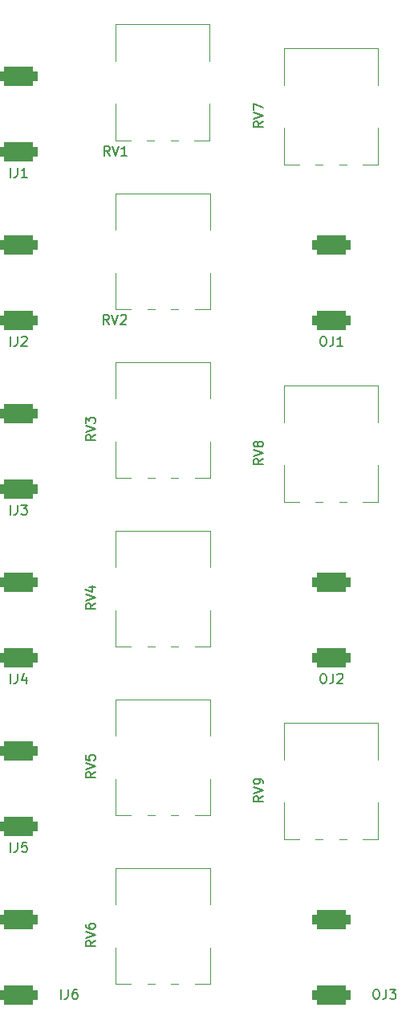
<source format=gto>
G04 #@! TF.GenerationSoftware,KiCad,Pcbnew,(6.0.6)*
G04 #@! TF.CreationDate,2024-09-22T12:15:16+02:00*
G04 #@! TF.ProjectId,VCA_Module,5643415f-4d6f-4647-956c-652e6b696361,rev?*
G04 #@! TF.SameCoordinates,Original*
G04 #@! TF.FileFunction,Legend,Top*
G04 #@! TF.FilePolarity,Positive*
%FSLAX46Y46*%
G04 Gerber Fmt 4.6, Leading zero omitted, Abs format (unit mm)*
G04 Created by KiCad (PCBNEW (6.0.6)) date 2024-09-22 12:15:16*
%MOMM*%
%LPD*%
G01*
G04 APERTURE LIST*
G04 Aperture macros list*
%AMRoundRect*
0 Rectangle with rounded corners*
0 $1 Rounding radius*
0 $2 $3 $4 $5 $6 $7 $8 $9 X,Y pos of 4 corners*
0 Add a 4 corners polygon primitive as box body*
4,1,4,$2,$3,$4,$5,$6,$7,$8,$9,$2,$3,0*
0 Add four circle primitives for the rounded corners*
1,1,$1+$1,$2,$3*
1,1,$1+$1,$4,$5*
1,1,$1+$1,$6,$7*
1,1,$1+$1,$8,$9*
0 Add four rect primitives between the rounded corners*
20,1,$1+$1,$2,$3,$4,$5,0*
20,1,$1+$1,$4,$5,$6,$7,0*
20,1,$1+$1,$6,$7,$8,$9,0*
20,1,$1+$1,$8,$9,$2,$3,0*%
G04 Aperture macros list end*
%ADD10C,0.150000*%
%ADD11C,0.120000*%
%ADD12C,4.000000*%
%ADD13C,1.800000*%
%ADD14C,2.000000*%
%ADD15RoundRect,0.500000X-1.500000X-0.500000X1.500000X-0.500000X1.500000X0.500000X-1.500000X0.500000X0*%
%ADD16C,1.700000*%
G04 APERTURE END LIST*
D10*
X66462380Y-70745238D02*
X65986190Y-71078571D01*
X66462380Y-71316666D02*
X65462380Y-71316666D01*
X65462380Y-70935714D01*
X65510000Y-70840476D01*
X65557619Y-70792857D01*
X65652857Y-70745238D01*
X65795714Y-70745238D01*
X65890952Y-70792857D01*
X65938571Y-70840476D01*
X65986190Y-70935714D01*
X65986190Y-71316666D01*
X65462380Y-70459523D02*
X66462380Y-70126190D01*
X65462380Y-69792857D01*
X65462380Y-69554761D02*
X65462380Y-68888095D01*
X66462380Y-69316666D01*
X66462380Y-106305238D02*
X65986190Y-106638571D01*
X66462380Y-106876666D02*
X65462380Y-106876666D01*
X65462380Y-106495714D01*
X65510000Y-106400476D01*
X65557619Y-106352857D01*
X65652857Y-106305238D01*
X65795714Y-106305238D01*
X65890952Y-106352857D01*
X65938571Y-106400476D01*
X65986190Y-106495714D01*
X65986190Y-106876666D01*
X65462380Y-106019523D02*
X66462380Y-105686190D01*
X65462380Y-105352857D01*
X65890952Y-104876666D02*
X65843333Y-104971904D01*
X65795714Y-105019523D01*
X65700476Y-105067142D01*
X65652857Y-105067142D01*
X65557619Y-105019523D01*
X65510000Y-104971904D01*
X65462380Y-104876666D01*
X65462380Y-104686190D01*
X65510000Y-104590952D01*
X65557619Y-104543333D01*
X65652857Y-104495714D01*
X65700476Y-104495714D01*
X65795714Y-104543333D01*
X65843333Y-104590952D01*
X65890952Y-104686190D01*
X65890952Y-104876666D01*
X65938571Y-104971904D01*
X65986190Y-105019523D01*
X66081428Y-105067142D01*
X66271904Y-105067142D01*
X66367142Y-105019523D01*
X66414761Y-104971904D01*
X66462380Y-104876666D01*
X66462380Y-104686190D01*
X66414761Y-104590952D01*
X66367142Y-104543333D01*
X66271904Y-104495714D01*
X66081428Y-104495714D01*
X65986190Y-104543333D01*
X65938571Y-104590952D01*
X65890952Y-104686190D01*
X66462380Y-141865238D02*
X65986190Y-142198571D01*
X66462380Y-142436666D02*
X65462380Y-142436666D01*
X65462380Y-142055714D01*
X65510000Y-141960476D01*
X65557619Y-141912857D01*
X65652857Y-141865238D01*
X65795714Y-141865238D01*
X65890952Y-141912857D01*
X65938571Y-141960476D01*
X65986190Y-142055714D01*
X65986190Y-142436666D01*
X65462380Y-141579523D02*
X66462380Y-141246190D01*
X65462380Y-140912857D01*
X66462380Y-140531904D02*
X66462380Y-140341428D01*
X66414761Y-140246190D01*
X66367142Y-140198571D01*
X66224285Y-140103333D01*
X66033809Y-140055714D01*
X65652857Y-140055714D01*
X65557619Y-140103333D01*
X65510000Y-140150952D01*
X65462380Y-140246190D01*
X65462380Y-140436666D01*
X65510000Y-140531904D01*
X65557619Y-140579523D01*
X65652857Y-140627142D01*
X65890952Y-140627142D01*
X65986190Y-140579523D01*
X66033809Y-140531904D01*
X66081428Y-140436666D01*
X66081428Y-140246190D01*
X66033809Y-140150952D01*
X65986190Y-140103333D01*
X65890952Y-140055714D01*
X48727380Y-121560238D02*
X48251190Y-121893571D01*
X48727380Y-122131666D02*
X47727380Y-122131666D01*
X47727380Y-121750714D01*
X47775000Y-121655476D01*
X47822619Y-121607857D01*
X47917857Y-121560238D01*
X48060714Y-121560238D01*
X48155952Y-121607857D01*
X48203571Y-121655476D01*
X48251190Y-121750714D01*
X48251190Y-122131666D01*
X47727380Y-121274523D02*
X48727380Y-120941190D01*
X47727380Y-120607857D01*
X48060714Y-119845952D02*
X48727380Y-119845952D01*
X47679761Y-120084047D02*
X48394047Y-120322142D01*
X48394047Y-119703095D01*
X48727380Y-157120238D02*
X48251190Y-157453571D01*
X48727380Y-157691666D02*
X47727380Y-157691666D01*
X47727380Y-157310714D01*
X47775000Y-157215476D01*
X47822619Y-157167857D01*
X47917857Y-157120238D01*
X48060714Y-157120238D01*
X48155952Y-157167857D01*
X48203571Y-157215476D01*
X48251190Y-157310714D01*
X48251190Y-157691666D01*
X47727380Y-156834523D02*
X48727380Y-156501190D01*
X47727380Y-156167857D01*
X47727380Y-155405952D02*
X47727380Y-155596428D01*
X47775000Y-155691666D01*
X47822619Y-155739285D01*
X47965476Y-155834523D01*
X48155952Y-155882142D01*
X48536904Y-155882142D01*
X48632142Y-155834523D01*
X48679761Y-155786904D01*
X48727380Y-155691666D01*
X48727380Y-155501190D01*
X48679761Y-155405952D01*
X48632142Y-155358333D01*
X48536904Y-155310714D01*
X48298809Y-155310714D01*
X48203571Y-155358333D01*
X48155952Y-155405952D01*
X48108333Y-155501190D01*
X48108333Y-155691666D01*
X48155952Y-155786904D01*
X48203571Y-155834523D01*
X48298809Y-155882142D01*
X50269761Y-74366380D02*
X49936428Y-73890190D01*
X49698333Y-74366380D02*
X49698333Y-73366380D01*
X50079285Y-73366380D01*
X50174523Y-73414000D01*
X50222142Y-73461619D01*
X50269761Y-73556857D01*
X50269761Y-73699714D01*
X50222142Y-73794952D01*
X50174523Y-73842571D01*
X50079285Y-73890190D01*
X49698333Y-73890190D01*
X50555476Y-73366380D02*
X50888809Y-74366380D01*
X51222142Y-73366380D01*
X52079285Y-74366380D02*
X51507857Y-74366380D01*
X51793571Y-74366380D02*
X51793571Y-73366380D01*
X51698333Y-73509238D01*
X51603095Y-73604476D01*
X51507857Y-73652095D01*
X50204761Y-92146380D02*
X49871428Y-91670190D01*
X49633333Y-92146380D02*
X49633333Y-91146380D01*
X50014285Y-91146380D01*
X50109523Y-91194000D01*
X50157142Y-91241619D01*
X50204761Y-91336857D01*
X50204761Y-91479714D01*
X50157142Y-91574952D01*
X50109523Y-91622571D01*
X50014285Y-91670190D01*
X49633333Y-91670190D01*
X50490476Y-91146380D02*
X50823809Y-92146380D01*
X51157142Y-91146380D01*
X51442857Y-91241619D02*
X51490476Y-91194000D01*
X51585714Y-91146380D01*
X51823809Y-91146380D01*
X51919047Y-91194000D01*
X51966666Y-91241619D01*
X52014285Y-91336857D01*
X52014285Y-91432095D01*
X51966666Y-91574952D01*
X51395238Y-92146380D01*
X52014285Y-92146380D01*
X48727380Y-139340238D02*
X48251190Y-139673571D01*
X48727380Y-139911666D02*
X47727380Y-139911666D01*
X47727380Y-139530714D01*
X47775000Y-139435476D01*
X47822619Y-139387857D01*
X47917857Y-139340238D01*
X48060714Y-139340238D01*
X48155952Y-139387857D01*
X48203571Y-139435476D01*
X48251190Y-139530714D01*
X48251190Y-139911666D01*
X47727380Y-139054523D02*
X48727380Y-138721190D01*
X47727380Y-138387857D01*
X47727380Y-137578333D02*
X47727380Y-138054523D01*
X48203571Y-138102142D01*
X48155952Y-138054523D01*
X48108333Y-137959285D01*
X48108333Y-137721190D01*
X48155952Y-137625952D01*
X48203571Y-137578333D01*
X48298809Y-137530714D01*
X48536904Y-137530714D01*
X48632142Y-137578333D01*
X48679761Y-137625952D01*
X48727380Y-137721190D01*
X48727380Y-137959285D01*
X48679761Y-138054523D01*
X48632142Y-138102142D01*
X48727380Y-103780238D02*
X48251190Y-104113571D01*
X48727380Y-104351666D02*
X47727380Y-104351666D01*
X47727380Y-103970714D01*
X47775000Y-103875476D01*
X47822619Y-103827857D01*
X47917857Y-103780238D01*
X48060714Y-103780238D01*
X48155952Y-103827857D01*
X48203571Y-103875476D01*
X48251190Y-103970714D01*
X48251190Y-104351666D01*
X47727380Y-103494523D02*
X48727380Y-103161190D01*
X47727380Y-102827857D01*
X47727380Y-102589761D02*
X47727380Y-101970714D01*
X48108333Y-102304047D01*
X48108333Y-102161190D01*
X48155952Y-102065952D01*
X48203571Y-102018333D01*
X48298809Y-101970714D01*
X48536904Y-101970714D01*
X48632142Y-102018333D01*
X48679761Y-102065952D01*
X48727380Y-102161190D01*
X48727380Y-102446904D01*
X48679761Y-102542142D01*
X48632142Y-102589761D01*
X39782857Y-147772380D02*
X39782857Y-146772380D01*
X40544761Y-146772380D02*
X40544761Y-147486666D01*
X40497142Y-147629523D01*
X40401904Y-147724761D01*
X40259047Y-147772380D01*
X40163809Y-147772380D01*
X41497142Y-146772380D02*
X41020952Y-146772380D01*
X40973333Y-147248571D01*
X41020952Y-147200952D01*
X41116190Y-147153333D01*
X41354285Y-147153333D01*
X41449523Y-147200952D01*
X41497142Y-147248571D01*
X41544761Y-147343809D01*
X41544761Y-147581904D01*
X41497142Y-147677142D01*
X41449523Y-147724761D01*
X41354285Y-147772380D01*
X41116190Y-147772380D01*
X41020952Y-147724761D01*
X40973333Y-147677142D01*
X78295619Y-162266380D02*
X78486095Y-162266380D01*
X78581333Y-162314000D01*
X78676571Y-162409238D01*
X78724190Y-162599714D01*
X78724190Y-162933047D01*
X78676571Y-163123523D01*
X78581333Y-163218761D01*
X78486095Y-163266380D01*
X78295619Y-163266380D01*
X78200380Y-163218761D01*
X78105142Y-163123523D01*
X78057523Y-162933047D01*
X78057523Y-162599714D01*
X78105142Y-162409238D01*
X78200380Y-162314000D01*
X78295619Y-162266380D01*
X79438476Y-162266380D02*
X79438476Y-162980666D01*
X79390857Y-163123523D01*
X79295619Y-163218761D01*
X79152761Y-163266380D01*
X79057523Y-163266380D01*
X79819428Y-162266380D02*
X80438476Y-162266380D01*
X80105142Y-162647333D01*
X80248000Y-162647333D01*
X80343238Y-162694952D01*
X80390857Y-162742571D01*
X80438476Y-162837809D01*
X80438476Y-163075904D01*
X80390857Y-163171142D01*
X80343238Y-163218761D01*
X80248000Y-163266380D01*
X79962285Y-163266380D01*
X79867047Y-163218761D01*
X79819428Y-163171142D01*
X39782857Y-112212380D02*
X39782857Y-111212380D01*
X40544761Y-111212380D02*
X40544761Y-111926666D01*
X40497142Y-112069523D01*
X40401904Y-112164761D01*
X40259047Y-112212380D01*
X40163809Y-112212380D01*
X40925714Y-111212380D02*
X41544761Y-111212380D01*
X41211428Y-111593333D01*
X41354285Y-111593333D01*
X41449523Y-111640952D01*
X41497142Y-111688571D01*
X41544761Y-111783809D01*
X41544761Y-112021904D01*
X41497142Y-112117142D01*
X41449523Y-112164761D01*
X41354285Y-112212380D01*
X41068571Y-112212380D01*
X40973333Y-112164761D01*
X40925714Y-112117142D01*
X72707619Y-93432380D02*
X72898095Y-93432380D01*
X72993333Y-93480000D01*
X73088571Y-93575238D01*
X73136190Y-93765714D01*
X73136190Y-94099047D01*
X73088571Y-94289523D01*
X72993333Y-94384761D01*
X72898095Y-94432380D01*
X72707619Y-94432380D01*
X72612380Y-94384761D01*
X72517142Y-94289523D01*
X72469523Y-94099047D01*
X72469523Y-93765714D01*
X72517142Y-93575238D01*
X72612380Y-93480000D01*
X72707619Y-93432380D01*
X73850476Y-93432380D02*
X73850476Y-94146666D01*
X73802857Y-94289523D01*
X73707619Y-94384761D01*
X73564761Y-94432380D01*
X73469523Y-94432380D01*
X74850476Y-94432380D02*
X74279047Y-94432380D01*
X74564761Y-94432380D02*
X74564761Y-93432380D01*
X74469523Y-93575238D01*
X74374285Y-93670476D01*
X74279047Y-93718095D01*
X39782857Y-76652380D02*
X39782857Y-75652380D01*
X40544761Y-75652380D02*
X40544761Y-76366666D01*
X40497142Y-76509523D01*
X40401904Y-76604761D01*
X40259047Y-76652380D01*
X40163809Y-76652380D01*
X41544761Y-76652380D02*
X40973333Y-76652380D01*
X41259047Y-76652380D02*
X41259047Y-75652380D01*
X41163809Y-75795238D01*
X41068571Y-75890476D01*
X40973333Y-75938095D01*
X39782857Y-94432380D02*
X39782857Y-93432380D01*
X40544761Y-93432380D02*
X40544761Y-94146666D01*
X40497142Y-94289523D01*
X40401904Y-94384761D01*
X40259047Y-94432380D01*
X40163809Y-94432380D01*
X40973333Y-93527619D02*
X41020952Y-93480000D01*
X41116190Y-93432380D01*
X41354285Y-93432380D01*
X41449523Y-93480000D01*
X41497142Y-93527619D01*
X41544761Y-93622857D01*
X41544761Y-93718095D01*
X41497142Y-93860952D01*
X40925714Y-94432380D01*
X41544761Y-94432380D01*
X45116857Y-163266380D02*
X45116857Y-162266380D01*
X45878761Y-162266380D02*
X45878761Y-162980666D01*
X45831142Y-163123523D01*
X45735904Y-163218761D01*
X45593047Y-163266380D01*
X45497809Y-163266380D01*
X46783523Y-162266380D02*
X46593047Y-162266380D01*
X46497809Y-162314000D01*
X46450190Y-162361619D01*
X46354952Y-162504476D01*
X46307333Y-162694952D01*
X46307333Y-163075904D01*
X46354952Y-163171142D01*
X46402571Y-163218761D01*
X46497809Y-163266380D01*
X46688285Y-163266380D01*
X46783523Y-163218761D01*
X46831142Y-163171142D01*
X46878761Y-163075904D01*
X46878761Y-162837809D01*
X46831142Y-162742571D01*
X46783523Y-162694952D01*
X46688285Y-162647333D01*
X46497809Y-162647333D01*
X46402571Y-162694952D01*
X46354952Y-162742571D01*
X46307333Y-162837809D01*
X72707619Y-128992380D02*
X72898095Y-128992380D01*
X72993333Y-129040000D01*
X73088571Y-129135238D01*
X73136190Y-129325714D01*
X73136190Y-129659047D01*
X73088571Y-129849523D01*
X72993333Y-129944761D01*
X72898095Y-129992380D01*
X72707619Y-129992380D01*
X72612380Y-129944761D01*
X72517142Y-129849523D01*
X72469523Y-129659047D01*
X72469523Y-129325714D01*
X72517142Y-129135238D01*
X72612380Y-129040000D01*
X72707619Y-128992380D01*
X73850476Y-128992380D02*
X73850476Y-129706666D01*
X73802857Y-129849523D01*
X73707619Y-129944761D01*
X73564761Y-129992380D01*
X73469523Y-129992380D01*
X74279047Y-129087619D02*
X74326666Y-129040000D01*
X74421904Y-128992380D01*
X74660000Y-128992380D01*
X74755238Y-129040000D01*
X74802857Y-129087619D01*
X74850476Y-129182857D01*
X74850476Y-129278095D01*
X74802857Y-129420952D01*
X74231428Y-129992380D01*
X74850476Y-129992380D01*
X39782857Y-129992380D02*
X39782857Y-128992380D01*
X40544761Y-128992380D02*
X40544761Y-129706666D01*
X40497142Y-129849523D01*
X40401904Y-129944761D01*
X40259047Y-129992380D01*
X40163809Y-129992380D01*
X41449523Y-129325714D02*
X41449523Y-129992380D01*
X41211428Y-128944761D02*
X40973333Y-129659047D01*
X41592380Y-129659047D01*
D11*
X78585000Y-66930000D02*
X78585000Y-63065000D01*
X71986000Y-75305000D02*
X72745000Y-75305000D01*
X78585000Y-75305000D02*
X78585000Y-71440000D01*
X74486000Y-75305000D02*
X75245000Y-75305000D01*
X68645000Y-75305000D02*
X70244000Y-75305000D01*
X68645000Y-63065000D02*
X78585000Y-63065000D01*
X68645000Y-66930000D02*
X68645000Y-63065000D01*
X68645000Y-75305000D02*
X68645000Y-71440000D01*
X76985000Y-75305000D02*
X78585000Y-75305000D01*
X78585000Y-102490000D02*
X78585000Y-98625000D01*
X71986000Y-110865000D02*
X72745000Y-110865000D01*
X78585000Y-110865000D02*
X78585000Y-107000000D01*
X74486000Y-110865000D02*
X75245000Y-110865000D01*
X68645000Y-110865000D02*
X70244000Y-110865000D01*
X68645000Y-98625000D02*
X78585000Y-98625000D01*
X68645000Y-102490000D02*
X68645000Y-98625000D01*
X68645000Y-110865000D02*
X68645000Y-107000000D01*
X76985000Y-110865000D02*
X78585000Y-110865000D01*
X78585000Y-138050000D02*
X78585000Y-134185000D01*
X71986000Y-146425000D02*
X72745000Y-146425000D01*
X78585000Y-146425000D02*
X78585000Y-142560000D01*
X74486000Y-146425000D02*
X75245000Y-146425000D01*
X68645000Y-146425000D02*
X70244000Y-146425000D01*
X68645000Y-134185000D02*
X78585000Y-134185000D01*
X68645000Y-138050000D02*
X68645000Y-134185000D01*
X68645000Y-146425000D02*
X68645000Y-142560000D01*
X76985000Y-146425000D02*
X78585000Y-146425000D01*
X60850000Y-117760000D02*
X60850000Y-113895000D01*
X54251000Y-126135000D02*
X55010000Y-126135000D01*
X60850000Y-126135000D02*
X60850000Y-122270000D01*
X56751000Y-126135000D02*
X57510000Y-126135000D01*
X50910000Y-126135000D02*
X52509000Y-126135000D01*
X50910000Y-113895000D02*
X60850000Y-113895000D01*
X50910000Y-117760000D02*
X50910000Y-113895000D01*
X50910000Y-126135000D02*
X50910000Y-122270000D01*
X59250000Y-126135000D02*
X60850000Y-126135000D01*
X60850000Y-153320000D02*
X60850000Y-149455000D01*
X54251000Y-161695000D02*
X55010000Y-161695000D01*
X60850000Y-161695000D02*
X60850000Y-157830000D01*
X56751000Y-161695000D02*
X57510000Y-161695000D01*
X50910000Y-161695000D02*
X52509000Y-161695000D01*
X50910000Y-149455000D02*
X60850000Y-149455000D01*
X50910000Y-153320000D02*
X50910000Y-149455000D01*
X50910000Y-161695000D02*
X50910000Y-157830000D01*
X59250000Y-161695000D02*
X60850000Y-161695000D01*
X60805000Y-64405000D02*
X60805000Y-60540000D01*
X54206000Y-72780000D02*
X54965000Y-72780000D01*
X60805000Y-72780000D02*
X60805000Y-68915000D01*
X56706000Y-72780000D02*
X57465000Y-72780000D01*
X50865000Y-72780000D02*
X52464000Y-72780000D01*
X50865000Y-60540000D02*
X60805000Y-60540000D01*
X50865000Y-64405000D02*
X50865000Y-60540000D01*
X50865000Y-72780000D02*
X50865000Y-68915000D01*
X59205000Y-72780000D02*
X60805000Y-72780000D01*
X60850000Y-82200000D02*
X60850000Y-78335000D01*
X54251000Y-90575000D02*
X55010000Y-90575000D01*
X60850000Y-90575000D02*
X60850000Y-86710000D01*
X56751000Y-90575000D02*
X57510000Y-90575000D01*
X50910000Y-90575000D02*
X52509000Y-90575000D01*
X50910000Y-78335000D02*
X60850000Y-78335000D01*
X50910000Y-82200000D02*
X50910000Y-78335000D01*
X50910000Y-90575000D02*
X50910000Y-86710000D01*
X59250000Y-90575000D02*
X60850000Y-90575000D01*
X60850000Y-135540000D02*
X60850000Y-131675000D01*
X54251000Y-143915000D02*
X55010000Y-143915000D01*
X60850000Y-143915000D02*
X60850000Y-140050000D01*
X56751000Y-143915000D02*
X57510000Y-143915000D01*
X50910000Y-143915000D02*
X52509000Y-143915000D01*
X50910000Y-131675000D02*
X60850000Y-131675000D01*
X50910000Y-135540000D02*
X50910000Y-131675000D01*
X50910000Y-143915000D02*
X50910000Y-140050000D01*
X59250000Y-143915000D02*
X60850000Y-143915000D01*
X60850000Y-99980000D02*
X60850000Y-96115000D01*
X54251000Y-108355000D02*
X55010000Y-108355000D01*
X60850000Y-108355000D02*
X60850000Y-104490000D01*
X56751000Y-108355000D02*
X57510000Y-108355000D01*
X50910000Y-108355000D02*
X52509000Y-108355000D01*
X50910000Y-96115000D02*
X60850000Y-96115000D01*
X50910000Y-99980000D02*
X50910000Y-96115000D01*
X50910000Y-108355000D02*
X50910000Y-104490000D01*
X59250000Y-108355000D02*
X60850000Y-108355000D01*
%LPC*%
D12*
X69215000Y-69185000D03*
X78015000Y-69185000D03*
D13*
X76115000Y-76185000D03*
X73615000Y-76185000D03*
X71115000Y-76185000D03*
D12*
X69215000Y-104745000D03*
X78015000Y-104745000D03*
D13*
X76115000Y-111745000D03*
X73615000Y-111745000D03*
X71115000Y-111745000D03*
D12*
X69215000Y-140305000D03*
X78015000Y-140305000D03*
D13*
X76115000Y-147305000D03*
X73615000Y-147305000D03*
X71115000Y-147305000D03*
D12*
X51480000Y-120015000D03*
X60280000Y-120015000D03*
D13*
X58380000Y-127015000D03*
X55880000Y-127000000D03*
X53380000Y-127015000D03*
D12*
X51480000Y-155575000D03*
X60280000Y-155575000D03*
D13*
X58380000Y-162575000D03*
X55880000Y-162560000D03*
X53380000Y-162575000D03*
D12*
X51435000Y-66660000D03*
X60235000Y-66660000D03*
D13*
X58335000Y-73660000D03*
X55835000Y-73645000D03*
X53335000Y-73660000D03*
D12*
X51480000Y-84455000D03*
X60280000Y-84455000D03*
D13*
X58380000Y-91455000D03*
X55880000Y-91440000D03*
X53380000Y-91455000D03*
D12*
X51480000Y-137795000D03*
X60280000Y-137795000D03*
D13*
X58380000Y-144795000D03*
X55880000Y-144780000D03*
X53380000Y-144795000D03*
D12*
X51480000Y-102235000D03*
X60280000Y-102235000D03*
D13*
X58380000Y-109235000D03*
X55880000Y-109220000D03*
X53380000Y-109235000D03*
D14*
X40640000Y-134620000D03*
D15*
X40640000Y-137160000D03*
X40640000Y-145060000D03*
D14*
X73660000Y-152400000D03*
D15*
X73660000Y-154940000D03*
X73660000Y-162840000D03*
D14*
X40640000Y-99060000D03*
D15*
X40640000Y-101600000D03*
X40640000Y-109500000D03*
D14*
X73660000Y-81280000D03*
D15*
X73660000Y-83820000D03*
X73660000Y-91720000D03*
D14*
X40640000Y-63500000D03*
D15*
X40640000Y-66040000D03*
X40640000Y-73940000D03*
D14*
X40640000Y-81280000D03*
D15*
X40640000Y-83820000D03*
X40640000Y-91720000D03*
D14*
X40640000Y-152400000D03*
D15*
X40640000Y-154940000D03*
X40640000Y-162840000D03*
D14*
X73660000Y-116840000D03*
D15*
X73660000Y-119380000D03*
X73660000Y-127280000D03*
D14*
X40640000Y-116840000D03*
D15*
X40640000Y-119380000D03*
X40640000Y-127280000D03*
D16*
X48260000Y-60960000D03*
X48260000Y-63500000D03*
X48260000Y-66040000D03*
X48260000Y-68580000D03*
X48260000Y-71120000D03*
X48260000Y-73660000D03*
X48260000Y-76200000D03*
X48260000Y-78740000D03*
X48260000Y-81280000D03*
X48260000Y-83820000D03*
X48260000Y-86360000D03*
X48260000Y-88900000D03*
X48260000Y-91440000D03*
X48260000Y-93980000D03*
X63500000Y-93980000D03*
X63500000Y-91440000D03*
X63500000Y-88900000D03*
X63500000Y-86360000D03*
X63500000Y-83820000D03*
X63500000Y-81280000D03*
X63500000Y-78740000D03*
X63500000Y-76200000D03*
X63500000Y-73660000D03*
X63500000Y-71120000D03*
X63500000Y-68580000D03*
X63500000Y-66040000D03*
X63500000Y-63500000D03*
X63500000Y-60960000D03*
M02*

</source>
